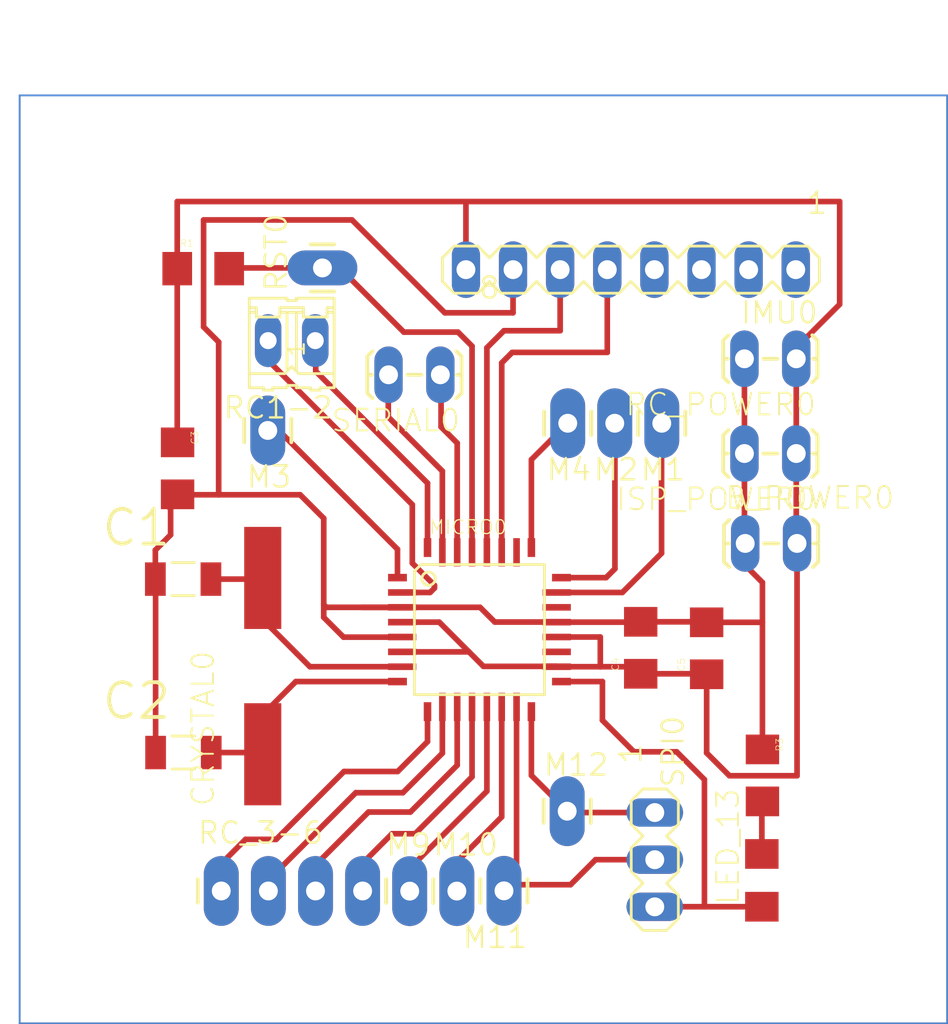
<source format=kicad_pcb>
(kicad_pcb (version 20221018) (generator pcbnew)
  (layers (0 "F.Cu" signal) (31 "B.Cu" signal) (34 "B.Paste" user) (35 "F.Paste" user) (36 "B.SilkS" user "B.Silkscreen") (37 "F.SilkS" user "F.Silkscreen") (38 "B.Mask" user) (39 "F.Mask" user) (44 "Edge.Cuts" user))
  (net 0 "")
  (net 1 "N$2")
  (net 2 "N$9")
  (net 3 "N$3")
  (net 4 "N$27")
  (net 5 "SCL")
  (net 6 "SDA")
  (net 7 "R1")
  (net 8 "R2")
  (net 9 "R3")
  (net 10 "R4")
  (net 11 "R5")
  (net 12 "MISO")
  (net 13 "MOSI")
  (net 14 "SCK")
  (net 15 "GND_B")
  (net 16 "N$25")
  (net 17 "VCC_B")
  (net 18 "R6")
  (net 19 "MA0")
  (net 20 "MA1")
  (net 21 "MA2")
  (net 22 "M3")
  (net 23 "M9")
  (net 24 "M10")
  (net 25 "RX")
  (net 26 "TX")
  (footprint "satshakit_fc:1206" (layer "F.Cu") (at 183.0147 57.0986 -90)
    (fp_text reference "C3" (at -1.27 -1.143 -90) (layer "F.SilkS") (effects (font (size 0.373888 0.373888) (thickness 0.032512)) (justify left bottom)))
    (fp_text value "10uF")
    (pad "1" smd rect (at -1.4 0 270) (size 1.6 1.8) (layers "F.Cu" "F.Paste" "F.Mask") (net 17 "VCC_B"))
    (pad "2" smd rect (at 1.4 0 270) (size 1.6 1.8) (layers "F.Cu" "F.Paste" "F.Mask") (net 15 "GND_B"))
  )
  (footprint "satshakit_fc:1X01_LONGPAD" (layer "F.Cu") (at 206.5823 54.6688 180)
    (fp_text reference "M2" (at -1.3462 -1.8288 180) (layer "F.SilkS") (effects (font (size 1.143 1.143) (thickness 0.127)) (justify right top)))
    (fp_text value "M01PTH_LONGPAD")
    (pad "1" thru_hole oval (at 0 0 270) (size 3.7592 1.8796) (drill 1.016) (layers "*.Cu" "*.Mask") (net 20 "MA1"))
  )
  (footprint "satshakit_fc:02P" (layer "F.Cu") (at 189.1665 50.2158 180)
    (fp_text reference "RC1-2" (at -2.286 -2.9464 180) (layer "F.SilkS") (effects (font (size 1.143 1.143) (thickness 0.127)) (justify right top)))
    (fp_text value "")
    (fp_text user "1" (at -0.762 -0.9398 270) (layer "F.SilkS") (effects (font (size 0.871728 0.871728) (thickness 0.118872)) (justify left bottom)))
    (pad "1" thru_hole oval (at -1.27 0 270) (size 2.8448 1.4224) (drill 0.9144) (layers "*.Cu" "*.Mask") (net 7 "R1"))
    (pad "2" thru_hole oval (at 1.27 0 270) (size 2.8448 1.4224) (drill 0.9144) (layers "*.Cu" "*.Mask") (net 8 "R2"))
  )
  (footprint "satshakit_fc:1X01_LONGPAD" (layer "F.Cu") (at 187.877106 55.056513 180)
    (fp_text reference "M3" (at -1.3462 -1.8288 180) (layer "F.SilkS") (effects (font (size 1.143 1.143) (thickness 0.127)) (justify right top)))
    (fp_text value "M01PTH_LONGPAD")
    (pad "1" thru_hole oval (at 0 0 270) (size 3.7592 1.8796) (drill 1.016) (layers "*.Cu" "*.Mask") (net 22 "M3"))
  )
  (footprint "satshakit_fc:1X01_LONGPAD" (layer "F.Cu") (at 198.069878 79.87441)
    (fp_text reference "M10" (at -1.3462 -1.8288) (layer "F.SilkS") (effects (font (size 1.143 1.143) (thickness 0.127)) (justify left bottom)))
    (fp_text value "M01PTH_LONGPAD")
    (pad "1" thru_hole oval (at 0 0 90) (size 3.7592 1.8796) (drill 1.016) (layers "*.Cu" "*.Mask") (net 24 "M10"))
  )
  (footprint "satshakit_fc:CAPC3216X178N" (layer "F.Cu") (at 183.329 72.4104)
    (fp_text reference "C2" (at -4.4958 -1.6764) (layer "F.SilkS") (effects (font (size 1.87452 1.87452) (thickness 0.20828)) (justify left bottom)))
    (fp_text value "22pF")
    (pad "1" smd rect (at -1.4986 0) (size 1.1176 1.8034) (layers "F.Cu" "F.Paste" "F.Mask") (net 15 "GND_B"))
    (pad "2" smd rect (at 1.4986 0) (size 1.1176 1.8034) (layers "F.Cu" "F.Paste" "F.Mask") (net 2 "N$9"))
  )
  (footprint "satshakit_fc:1X01_LONGPAD" (layer "F.Cu") (at 204.0475 54.6688 180)
    (fp_text reference "M4" (at -1.3462 -1.8288 180) (layer "F.SilkS") (effects (font (size 1.143 1.143) (thickness 0.127)) (justify right top)))
    (fp_text value "M01PTH_LONGPAD")
    (pad "1" thru_hole oval (at 0 0 270) (size 3.7592 1.8796) (drill 1.016) (layers "*.Cu" "*.Mask") (net 21 "MA2"))
  )
  (footprint "satshakit_fc:TQFP32-08" (layer "F.Cu") (at 199.2884 65.786)
    (fp_text reference "MICRO0" (at -2.7686 -5.08) (layer "F.SilkS") (effects (font (size 0.747776 0.747776) (thickness 0.065024)) (justify left bottom)))
    (fp_text value "ATMEGA328P-AU")
    (pad "1" smd rect (at -4.4196 -2.8) (size 1.016 0.4064) (layers "F.Cu" "F.Paste" "F.Mask") (net 22 "M3"))
    (pad "2" smd rect (at -4.1656 -2) (size 1.524 0.3556) (layers "F.Cu" "F.Paste" "F.Mask") (net 8 "R2"))
    (pad "3" smd rect (at -4.1656 -1.2) (size 1.524 0.3556) (layers "F.Cu" "F.Paste" "F.Mask") (net 15 "GND_B"))
    (pad "4" smd rect (at -4.1656 -0.4) (size 1.524 0.3556) (layers "F.Cu" "F.Paste" "F.Mask") (net 17 "VCC_B"))
    (pad "5" smd rect (at -4.1656 0.4) (size 1.524 0.3556) (layers "F.Cu" "F.Paste" "F.Mask") (net 15 "GND_B"))
    (pad "6" smd rect (at -4.1656 1.2) (size 1.524 0.3556) (layers "F.Cu" "F.Paste" "F.Mask") (net 17 "VCC_B"))
    (pad "7" smd rect (at -4.1656 2) (size 1.524 0.3556) (layers "F.Cu" "F.Paste" "F.Mask") (net 1 "N$2"))
    (pad "8" smd rect (at -4.4196 2.8) (size 1.016 0.4064) (layers "F.Cu" "F.Paste" "F.Mask") (net 2 "N$9"))
    (pad "9" smd rect (at -2.8 4.4196) (size 0.4064 1.016) (layers "F.Cu" "F.Paste" "F.Mask") (net 9 "R3"))
    (pad "10" smd rect (at -2 4.1656) (size 0.3556 1.524) (layers "F.Cu" "F.Paste" "F.Mask") (net 10 "R4"))
    (pad "11" smd rect (at -1.2 4.1656) (size 0.3556 1.524) (layers "F.Cu" "F.Paste" "F.Mask") (net 11 "R5"))
    (pad "12" smd rect (at -0.4 4.1656) (size 0.3556 1.524) (layers "F.Cu" "F.Paste" "F.Mask") (net 18 "R6"))
    (pad "13" smd rect (at 0.4 4.1656) (size 0.3556 1.524) (layers "F.Cu" "F.Paste" "F.Mask") (net 23 "M9"))
    (pad "14" smd rect (at 1.2 4.1656) (size 0.3556 1.524) (layers "F.Cu" "F.Paste" "F.Mask") (net 24 "M10"))
    (pad "15" smd rect (at 2 4.1656) (size 0.3556 1.524) (layers "F.Cu" "F.Paste" "F.Mask") (net 13 "MOSI"))
    (pad "16" smd rect (at 2.8 4.4196) (size 0.4064 1.016) (layers "F.Cu" "F.Paste" "F.Mask") (net 12 "MISO"))
    (pad "17" smd rect (at 4.4196 2.8) (size 1.016 0.4064) (layers "F.Cu" "F.Paste" "F.Mask") (net 14 "SCK"))
    (pad "18" smd rect (at 4.1656 2) (size 1.524 0.3556) (layers "F.Cu" "F.Paste" "F.Mask") (net 17 "VCC_B"))
    (pad "19" smd rect (at 4.1656 1.2) (size 1.524 0.3556) (layers "F.Cu" "F.Paste" "F.Mask"))
    (pad "20" smd rect (at 4.1656 0.4) (size 1.524 0.3556) (layers "F.Cu" "F.Paste" "F.Mask") (net 17 "VCC_B"))
    (pad "21" smd rect (at 4.1656 -0.4) (size 1.524 0.3556) (layers "F.Cu" "F.Paste" "F.Mask") (net 15 "GND_B"))
    (pad "22" smd rect (at 4.1656 -1.2) (size 1.524 0.3556) (layers "F.Cu" "F.Paste" "F.Mask"))
    (pad "23" smd rect (at 4.1656 -2) (size 1.524 0.3556) (layers "F.Cu" "F.Paste" "F.Mask") (net 19 "MA0"))
    (pad "24" smd rect (at 4.4196 -2.8) (size 1.016 0.4064) (layers "F.Cu" "F.Paste" "F.Mask") (net 20 "MA1"))
    (pad "25" smd rect (at 2.8 -4.4196) (size 0.4064 1.016) (layers "F.Cu" "F.Paste" "F.Mask") (net 21 "MA2"))
    (pad "26" smd rect (at 2 -4.1656) (size 0.3556 1.524) (layers "F.Cu" "F.Paste" "F.Mask"))
    (pad "27" smd rect (at 1.2 -4.1656) (size 0.3556 1.524) (layers "F.Cu" "F.Paste" "F.Mask") (net 6 "SDA"))
    (pad "28" smd rect (at 0.4 -4.1656) (size 0.3556 1.524) (layers "F.Cu" "F.Paste" "F.Mask") (net 5 "SCL"))
    (pad "29" smd rect (at -0.4 -4.1656) (size 0.3556 1.524) (layers "F.Cu" "F.Paste" "F.Mask") (net 3 "N$3"))
    (pad "30" smd rect (at -1.2 -4.1656) (size 0.3556 1.524) (layers "F.Cu" "F.Paste" "F.Mask") (net 25 "RX"))
    (pad "31" smd rect (at -2 -4.1656) (size 0.3556 1.524) (layers "F.Cu" "F.Paste" "F.Mask") (net 26 "TX"))
    (pad "32" smd rect (at -2.8 -4.4196) (size 0.4064 1.016) (layers "F.Cu" "F.Paste" "F.Mask") (net 7 "R1"))
  )
  (footprint "satshakit_fc:CSM-7X-DU" (layer "F.Cu") (at 187.6057 67.7527 90)
    (fp_text reference "CRYSTAL0" (at -7.6288 -2.5334 90) (layer "F.SilkS") (effects (font (size 1.1684 1.1684) (thickness 0.1016)) (justify left bottom)))
    (fp_text value "16Mhz")
    (pad "1" smd rect (at -4.75 0 90) (size 5.5 2) (layers "F.Cu" "F.Paste" "F.Mask") (net 2 "N$9"))
    (pad "2" smd rect (at 4.75 0 90) (size 5.5 2) (layers "F.Cu" "F.Paste" "F.Mask") (net 1 "N$2"))
  )
  (footprint "satshakit_fc:1X02_LOCK_LONGPADS" (layer "F.Cu") (at 216.2399 51.1948 180)
    (fp_text reference "RC_POWER0" (at -1.27 -1.778 180) (layer "F.SilkS") (effects (font (size 1.1684 1.1684) (thickness 0.1016)) (justify right top)))
    (fp_text value "")
    (pad "1" thru_hole oval (at -0.127 0 270) (size 3.048 1.524) (drill 1.016) (layers "*.Cu" "*.Mask") (net 17 "VCC_B"))
    (pad "2" thru_hole oval (at 2.667 0 270) (size 3.048 1.524) (drill 1.016) (layers "*.Cu" "*.Mask") (net 15 "GND_B"))
  )
  (footprint "satshakit_fc:1X02_LOCK_LONGPADS" (layer "F.Cu") (at 213.7415 61.1432)
    (fp_text reference "B_POWER0" (at -1.27 -1.778) (layer "F.SilkS") (effects (font (size 1.1684 1.1684) (thickness 0.1016)) (justify left bottom)))
    (fp_text value "")
    (pad "1" thru_hole oval (at -0.127 0 90) (size 3.048 1.524) (drill 1.016) (layers "*.Cu" "*.Mask") (net 15 "GND_B"))
    (pad "2" thru_hole oval (at 2.667 0 90) (size 3.048 1.524) (drill 1.016) (layers "*.Cu" "*.Mask") (net 17 "VCC_B"))
  )
  (footprint "satshakit_fc:1X01_LONGPAD" (layer "F.Cu") (at 200.6097 79.861 180)
    (fp_text reference "M11" (at -1.3462 -1.8288 180) (layer "F.SilkS") (effects (font (size 1.143 1.143) (thickness 0.127)) (justify right top)))
    (fp_text value "M01PTH_LONGPAD")
    (pad "1" thru_hole oval (at 0 0 270) (size 3.7592 1.8796) (drill 1.016) (layers "*.Cu" "*.Mask") (net 13 "MOSI"))
  )
  (footprint "satshakit_fc:1X01_LONGPAD" (layer "F.Cu") (at 190.8239 46.2992 90)
    (fp_text reference "RST0" (at -1.3462 -1.8288 90) (layer "F.SilkS") (effects (font (size 1.143 1.143) (thickness 0.127)) (justify left bottom)))
    (fp_text value "M01PTH_LONGPAD")
    (pad "1" thru_hole oval (at 0 0 180) (size 3.7592 1.8796) (drill 1.016) (layers "*.Cu" "*.Mask") (net 3 "N$3"))
  )
  (footprint "satshakit_fc:MA03-1" (layer "F.Cu") (at 208.7401 78.1834 -90)
    (fp_text reference "SPI0" (at -3.81 -1.651 -90) (layer "F.SilkS") (effects (font (size 1.143 1.143) (thickness 0.127)) (justify left bottom)))
    (fp_text value "")
    (fp_text user "1" (at -5.08 0.635 -90) (layer "F.SilkS") (effects (font (size 1.143 1.143) (thickness 0.127)) (justify left bottom)))
    (pad "1" thru_hole oval (at -2.54 0) (size 3.048 1.524) (drill 1.016) (layers "*.Cu" "*.Mask") (net 12 "MISO"))
    (pad "2" thru_hole oval (at 0 0) (size 3.048 1.524) (drill 1.016) (layers "*.Cu" "*.Mask") (net 13 "MOSI"))
    (pad "3" thru_hole oval (at 2.54 0) (size 3.048 1.524) (drill 1.016) (layers "*.Cu" "*.Mask") (net 14 "SCK"))
  )
  (footprint "satshakit_fc:1X01_LONGPAD" (layer "F.Cu") (at 195.528915 79.87776)
    (fp_text reference "M9" (at -1.3462 -1.8288) (layer "F.SilkS") (effects (font (size 1.143 1.143) (thickness 0.127)) (justify left bottom)))
    (fp_text value "M01PTH_LONGPAD")
    (pad "1" thru_hole oval (at 0 0 90) (size 3.7592 1.8796) (drill 1.016) (layers "*.Cu" "*.Mask") (net 23 "M9"))
  )
  (footprint "satshakit_fc:1206" (layer "F.Cu") (at 184.3963 46.3389)
    (fp_text reference "R1" (at -1.27 -1.143) (layer "F.SilkS") (effects (font (size 0.373888 0.373888) (thickness 0.032512)) (justify left bottom)))
    (fp_text value "10k")
    (pad "1" smd rect (at -1.4 0) (size 1.6 1.8) (layers "F.Cu" "F.Paste" "F.Mask") (net 17 "VCC_B"))
    (pad "2" smd rect (at 1.4 0) (size 1.6 1.8) (layers "F.Cu" "F.Paste" "F.Mask") (net 3 "N$3"))
  )
  (footprint "satshakit_fc:1X02_LOCK_LONGPADS" (layer "F.Cu") (at 197.0533 52.0567 180)
    (fp_text reference "SERIAL0" (at -1.27 -1.778 180) (layer "F.SilkS") (effects (font (size 1.1684 1.1684) (thickness 0.1016)) (justify right top)))
    (fp_text value "")
    (pad "1" thru_hole oval (at -0.127 0 270) (size 3.048 1.524) (drill 1.016) (layers "*.Cu" "*.Mask") (net 25 "RX"))
    (pad "2" thru_hole oval (at 2.667 0 270) (size 3.048 1.524) (drill 1.016) (layers "*.Cu" "*.Mask") (net 26 "TX"))
  )
  (footprint "satshakit_fc:1X02_LOCK_LONGPADS" (layer "F.Cu") (at 216.2399 56.2992 180)
    (fp_text reference "ISP_POWER0" (at -1.27 -1.778 180) (layer "F.SilkS") (effects (font (size 1.1684 1.1684) (thickness 0.1016)) (justify right top)))
    (fp_text value "")
    (pad "1" thru_hole oval (at -0.127 0 270) (size 3.048 1.524) (drill 1.016) (layers "*.Cu" "*.Mask") (net 17 "VCC_B"))
    (pad "2" thru_hole oval (at 2.667 0 270) (size 3.048 1.524) (drill 1.016) (layers "*.Cu" "*.Mask") (net 15 "GND_B"))
  )
  (footprint "satshakit_fc:1X01_LONGPAD" (layer "F.Cu") (at 209.1171 54.6688 180)
    (fp_text reference "M1" (at -1.3462 -1.8288 180) (layer "F.SilkS") (effects (font (size 1.143 1.143) (thickness 0.127)) (justify right top)))
    (fp_text value "M01PTH_LONGPAD")
    (pad "1" thru_hole oval (at 0 0 270) (size 3.7592 1.8796) (drill 1.016) (layers "*.Cu" "*.Mask") (net 19 "MA0"))
  )
  (footprint "satshakit_fc:MA08-1" (layer "F.Cu") (at 207.4491 46.392 180)
    (fp_text reference "IMU0" (at -10.16 -1.651 180) (layer "F.SilkS") (effects (font (size 1.143 1.143) (thickness 0.127)) (justify right top)))
    (fp_text value "")
    (fp_text user "8" (at 8.255 -1.651 180) (layer "F.SilkS") (effects (font (size 1.143 1.143) (thickness 0.127)) (justify left bottom)))
    (fp_text user "1" (at -9.398 2.921 180) (layer "F.SilkS") (effects (font (size 1.143 1.143) (thickness 0.127)) (justify left bottom)))
    (pad "1" thru_hole oval (at -8.89 0 270) (size 3.048 1.524) (drill 1.016) (layers "*.Cu" "*.Mask"))
    (pad "2" thru_hole oval (at -6.35 0 270) (size 3.048 1.524) (drill 1.016) (layers "*.Cu" "*.Mask"))
    (pad "3" thru_hole oval (at -3.81 0 270) (size 3.048 1.524) (drill 1.016) (layers "*.Cu" "*.Mask"))
    (pad "4" thru_hole oval (at -1.27 0 270) (size 3.048 1.524) (drill 1.016) (layers "*.Cu" "*.Mask"))
    (pad "5" thru_hole oval (at 1.27 0 270) (size 3.048 1.524) (drill 1.016) (layers "*.Cu" "*.Mask") (net 6 "SDA"))
    (pad "6" thru_hole oval (at 3.81 0 270) (size 3.048 1.524) (drill 1.016) (layers "*.Cu" "*.Mask") (net 5 "SCL"))
    (pad "7" thru_hole oval (at 6.35 0 270) (size 3.048 1.524) (drill 1.016) (layers "*.Cu" "*.Mask") (net 15 "GND_B"))
    (pad "8" thru_hole oval (at 8.89 0 270) (size 3.048 1.524) (drill 1.016) (layers "*.Cu" "*.Mask") (net 17 "VCC_B"))
  )
  (footprint "satshakit_fc:1206" (layer "F.Cu") (at 207.981 66.7663 90)
    (fp_text reference "C4" (at -1.27 -1.143 90) (layer "F.SilkS") (effects (font (size 0.373888 0.373888) (thickness 0.032512)) (justify left bottom)))
    (fp_text value "1uF")
    (pad "1" smd rect (at -1.4 0 90) (size 1.6 1.8) (layers "F.Cu" "F.Paste" "F.Mask") (net 17 "VCC_B"))
    (pad "2" smd rect (at 1.4 0 90) (size 1.6 1.8) (layers "F.Cu" "F.Paste" "F.Mask") (net 15 "GND_B"))
  )
  (footprint "satshakit_fc:1206" (layer "F.Cu") (at 211.536 66.7933 90)
    (fp_text reference "C5" (at -1.27 -1.143 90) (layer "F.SilkS") (effects (font (size 0.373888 0.373888) (thickness 0.032512)) (justify left bottom)))
    (fp_text value "100nF")
    (pad "1" smd rect (at -1.4 0 90) (size 1.6 1.8) (layers "F.Cu" "F.Paste" "F.Mask") (net 17 "VCC_B"))
    (pad "2" smd rect (at 1.4 0 90) (size 1.6 1.8) (layers "F.Cu" "F.Paste" "F.Mask") (net 15 "GND_B"))
  )
  (footprint "satshakit_fc:1206" (layer "F.Cu") (at 214.511203 79.2954 90)
    (fp_text reference "LED_13" (at -1.397 -1.143 90) (layer "F.SilkS") (effects (font (size 1.1684 1.1684) (thickness 0.1016)) (justify left bottom)))
    (fp_text value "YELLOW")
    (pad "1" smd rect (at -1.422 0 90) (size 1.6 1.803) (layers "F.Cu" "F.Paste" "F.Mask") (net 14 "SCK"))
    (pad "2" smd rect (at 1.422 0 90) (size 1.6 1.803) (layers "F.Cu" "F.Paste" "F.Mask") (net 4 "N$27"))
  )
  (footprint "satshakit_fc:1X01_LONGPAD" (layer "F.Cu") (at 204.0171 75.5704)
    (fp_text reference "M12" (at -1.3462 -1.8288) (layer "F.SilkS") (effects (font (size 1.143 1.143) (thickness 0.127)) (justify left bottom)))
    (fp_text value "M01PTH_LONGPAD")
    (pad "1" thru_hole oval (at 0 0 90) (size 3.7592 1.8796) (drill 1.016) (layers "*.Cu" "*.Mask") (net 12 "MISO"))
  )
  (footprint "satshakit_fc:CAPC3216X178N" (layer "F.Cu") (at 183.3147 63.0664)
    (fp_text reference "C1" (at -4.4958 -1.6764) (layer "F.SilkS") (effects (font (size 1.87452 1.87452) (thickness 0.20828)) (justify left bottom)))
    (fp_text value "22pF")
    (pad "1" smd rect (at -1.4986 0) (size 1.1176 1.8034) (layers "F.Cu" "F.Paste" "F.Mask") (net 15 "GND_B"))
    (pad "2" smd rect (at 1.4986 0) (size 1.1176 1.8034) (layers "F.Cu" "F.Paste" "F.Mask") (net 1 "N$2"))
  )
  (footprint "satshakit_fc:1X04_LONGPADS" (layer "F.Cu") (at 185.3699 79.8688)
    (fp_text reference "RC_3-6" (at -1.3462 -2.4638) (layer "F.SilkS") (effects (font (size 1.143 1.143) (thickness 0.127)) (justify left bottom)))
    (fp_text value "")
    (pad "1" thru_hole oval (at 0 0 90) (size 3.7592 1.8796) (drill 1.016) (layers "*.Cu" "*.Mask") (net 9 "R3"))
    (pad "2" thru_hole oval (at 2.54 0 90) (size 3.7592 1.8796) (drill 1.016) (layers "*.Cu" "*.Mask") (net 10 "R4"))
    (pad "3" thru_hole oval (at 5.08 0 90) (size 3.7592 1.8796) (drill 1.016) (layers "*.Cu" "*.Mask") (net 11 "R5"))
    (pad "4" thru_hole oval (at 7.62 0 90) (size 3.7592 1.8796) (drill 1.016) (layers "*.Cu" "*.Mask") (net 18 "R6"))
  )
  (footprint "satshakit_fc:1206" (layer "F.Cu") (at 214.5432 73.6427 -90)
    (fp_text reference "R3" (at -1.27 -1.143 -90) (layer "F.SilkS") (effects (font (size 0.373888 0.373888) (thickness 0.032512)) (justify left bottom)))
    (fp_text value "499")
    (pad "1" smd rect (at -1.4 0 270) (size 1.6 1.8) (layers "F.Cu" "F.Paste" "F.Mask") (net 15 "GND_B"))
    (pad "2" smd rect (at 1.4 0 270) (size 1.6 1.8) (layers "F.Cu" "F.Paste" "F.Mask") (net 4 "N$27"))
  )
  (segment (start 184.8133 63.0664) (end 187.6057 63.0664) (width 0.3048) (layer "F.Cu") (net 1))
  (segment (start 187.6425 65.278) (end 187.6425 63.0395) (width 0.3048) (layer "F.Cu") (net 1))
  (segment (start 187.6425 63.0395) (end 187.6057 63.0027) (width 0.3048) (layer "F.Cu") (net 1))
  (segment (start 195.1228 67.786) (end 190.1505 67.786) (width 0.3048) (layer "F.Cu") (net 1))
  (segment (start 187.6057 63.0664) (end 187.6057 63.0027) (width 0.3048) (layer "F.Cu") (net 1))
  (segment (start 190.1505 67.786) (end 187.6425 65.278) (width 0.3048) (layer "F.Cu") (net 1))
  (segment (start 187.6425 72.4659) (end 187.6057 72.5027) (width 0.3048) (layer "F.Cu") (net 2))
  (segment (start 189.3891 68.586) (end 187.6425 70.3326) (width 0.3048) (layer "F.Cu") (net 2))
  (segment (start 184.8276 72.4104) (end 187.6057 72.4104) (width 0.3048) (layer "F.Cu") (net 2))
  (segment (start 194.8688 68.586) (end 189.3891 68.586) (width 0.3048) (layer "F.Cu") (net 2))
  (segment (start 187.6057 72.4104) (end 187.6057 72.5027) (width 0.3048) (layer "F.Cu") (net 2))
  (segment (start 187.6425 70.3326) (end 187.6425 72.4659) (width 0.3048) (layer "F.Cu") (net 2))
  (segment (start 185.7963 46.2992) (end 190.8239 46.2992) (width 0.3048) (layer "F.Cu") (net 3))
  (segment (start 191.7573 46.3042) (end 190.8289 46.3042) (width 0.3048) (layer "F.Cu") (net 3))
  (segment (start 198.1327 49.7586) (end 195.2117 49.7586) (width 0.3048) (layer "F.Cu") (net 3))
  (segment (start 190.8289 46.3042) (end 190.8239 46.2992) (width 0.3048) (layer "F.Cu") (net 3))
  (segment (start 195.2117 49.7586) (end 191.7573 46.3042) (width 0.3048) (layer "F.Cu") (net 3))
  (segment (start 198.8884 50.5143) (end 198.1327 49.7586) (width 0.3048) (layer "F.Cu") (net 3))
  (segment (start 185.7963 46.3389) (end 185.7963 46.2992) (width 0.3048) (layer "F.Cu") (net 3))
  (segment (start 198.8884 61.6204) (end 198.8884 50.5143) (width 0.3048) (layer "F.Cu") (net 3))
  (segment (start 214.511203 75.0427) (end 214.511203 77.8734) (width 0.3048) (layer "F.Cu") (net 4))
  (segment (start 214.5432 75.0427) (end 214.511203 75.0427) (width 0.3048) (layer "F.Cu") (net 4))
  (segment (start 199.6884 61.6204) (end 199.6884 50.6022) (width 0.3048) (layer "F.Cu") (net 5))
  (segment (start 199.6884 50.6022) (end 200.6082 49.6824) (width 0.3048) (layer "F.Cu") (net 5))
  (segment (start 203.6391 49.6824) (end 203.6391 46.392) (width 0.3048) (layer "F.Cu") (net 5))
  (segment (start 200.6082 49.6824) (end 203.6391 49.6824) (width 0.3048) (layer "F.Cu") (net 5))
  (segment (start 200.4884 61.6204) (end 200.4884 51.4161) (width 0.3048) (layer "F.Cu") (net 6))
  (segment (start 201.0537 50.8508) (end 206.1791 50.8508) (width 0.3048) (layer "F.Cu") (net 6))
  (segment (start 206.2099 46.392) (end 206.1791 46.392) (width 0.3048) (layer "F.Cu") (net 6))
  (segment (start 200.4884 51.4161) (end 201.0537 50.8508) (width 0.3048) (layer "F.Cu") (net 6))
  (segment (start 206.1791 50.8508) (end 206.1791 46.392) (width 0.3048) (layer "F.Cu") (net 6))
  (segment (start 196.4884 57.8933) (end 190.4619 51.8668) (width 0.3048) (layer "F.Cu") (net 7))
  (segment (start 196.4884 61.3664) (end 196.4884 57.8933) (width 0.3048) (layer "F.Cu") (net 7))
  (segment (start 190.4619 50.2158) (end 190.4365 50.2158) (width 0.3048) (layer "F.Cu") (net 7))
  (segment (start 190.4619 51.8668) (end 190.4619 50.2158) (width 0.3048) (layer "F.Cu") (net 7))
  (segment (start 187.9219 50.2158) (end 187.8965 50.2158) (width 0.3048) (layer "F.Cu") (net 8))
  (segment (start 195.6689 62.2046) (end 195.6689 59.055) (width 0.3048) (layer "F.Cu") (net 8))
  (segment (start 187.9219 51.308) (end 187.9219 50.2158) (width 0.3048) (layer "F.Cu") (net 8))
  (segment (start 196.6275 63.786) (end 196.8627 63.5508) (width 0.3048) (layer "F.Cu") (net 8))
  (segment (start 196.8627 63.3984) (end 195.6689 62.2046) (width 0.3048) (layer "F.Cu") (net 8))
  (segment (start 195.6689 59.055) (end 187.9219 51.308) (width 0.3048) (layer "F.Cu") (net 8))
  (segment (start 196.8627 63.5508) (end 196.8627 63.3984) (width 0.3048) (layer "F.Cu") (net 8))
  (segment (start 195.1228 63.786) (end 196.6275 63.786) (width 0.3048) (layer "F.Cu") (net 8))
  (segment (start 188.3283 77.089) (end 186.6773 77.089) (width 0.3048) (layer "F.Cu") (net 9))
  (segment (start 185.3819 79.8568) (end 185.3699 79.8688) (width 0.3048) (layer "F.Cu") (net 9))
  (segment (start 196.4884 71.8245) (end 194.8815 73.4314) (width 0.3048) (layer "F.Cu") (net 9))
  (segment (start 194.8815 73.4314) (end 191.9859 73.4314) (width 0.3048) (layer "F.Cu") (net 9))
  (segment (start 186.6773 77.089) (end 185.3819 78.3844) (width 0.3048) (layer "F.Cu") (net 9))
  (segment (start 191.9859 73.4314) (end 188.3283 77.089) (width 0.3048) (layer "F.Cu") (net 9))
  (segment (start 196.4884 70.2056) (end 196.4884 71.8245) (width 0.3048) (layer "F.Cu") (net 9))
  (segment (start 185.3819 78.3844) (end 185.3819 79.8568) (width 0.3048) (layer "F.Cu") (net 9))
  (segment (start 197.2884 69.9516) (end 197.2884 72.4469) (width 0.3048) (layer "F.Cu") (net 10))
  (segment (start 188.2013 79.5774) (end 187.9099 79.8688) (width 0.3048) (layer "F.Cu") (net 10))
  (segment (start 192.6209 74.5744) (end 188.2013 78.994) (width 0.3048) (layer "F.Cu") (net 10))
  (segment (start 195.1609 74.5744) (end 192.6209 74.5744) (width 0.3048) (layer "F.Cu") (net 10))
  (segment (start 188.2013 78.994) (end 188.2013 79.5774) (width 0.3048) (layer "F.Cu") (net 10))
  (segment (start 197.2884 72.4469) (end 195.1609 74.5744) (width 0.3048) (layer "F.Cu") (net 10))
  (segment (start 190.6143 79.7044) (end 190.4499 79.8688) (width 0.3048) (layer "F.Cu") (net 11))
  (segment (start 198.0884 73.0947) (end 195.5673 75.6158) (width 0.3048) (layer "F.Cu") (net 11))
  (segment (start 193.3067 75.6158) (end 190.6143 78.3082) (width 0.3048) (layer "F.Cu") (net 11))
  (segment (start 190.6143 78.3082) (end 190.6143 79.7044) (width 0.3048) (layer "F.Cu") (net 11))
  (segment (start 198.0884 69.9516) (end 198.0884 73.0947) (width 0.3048) (layer "F.Cu") (net 11))
  (segment (start 195.5673 75.6158) (end 193.3067 75.6158) (width 0.3048) (layer "F.Cu") (net 11))
  (segment (start 202.0884 70.2056) (end 202.0884 73.6417) (width 0.3048) (layer "F.Cu") (net 12))
  (segment (start 208.7401 75.6434) (end 204.0901 75.6434) (width 0.3048) (layer "F.Cu") (net 12))
  (segment (start 202.0884 73.6417) (end 204.0171 75.5704) (width 0.3048) (layer "F.Cu") (net 12))
  (segment (start 204.0901 75.6434) (end 204.0171 75.5704) (width 0.3048) (layer "F.Cu") (net 12))
  (segment (start 201.2884 79.861) (end 200.6097 79.861) (width 0.3048) (layer "F.Cu") (net 13))
  (segment (start 208.7379 78.1812) (end 208.7401 78.1834) (width 0.3048) (layer "F.Cu") (net 13))
  (segment (start 201.2884 69.9516) (end 201.2884 79.861) (width 0.3048) (layer "F.Cu") (net 13))
  (segment (start 204.1999 79.5308) (end 200.9399 79.5308) (width 0.3048) (layer "F.Cu") (net 13))
  (segment (start 205.5495 78.1812) (end 208.7379 78.1812) (width 0.3048) (layer "F.Cu") (net 13))
  (segment (start 200.9399 79.5308) (end 200.6097 79.861) (width 0.3048) (layer "F.Cu") (net 13))
  (segment (start 204.1999 79.5308) (end 205.5495 78.1812) (width 0.3048) (layer "F.Cu") (net 13))
  (segment (start 205.9171 68.586) (end 205.9171 70.6704) (width 0.3048) (layer "F.Cu") (net 14))
  (segment (start 208.7401 80.7174) (end 208.7401 80.7234) (width 0.3048) (layer "F.Cu") (net 14))
  (segment (start 211.4171 73.8704) (end 211.4171 80.7174) (width 0.3048) (layer "F.Cu") (net 14))
  (segment (start 207.6171 72.3704) (end 209.9171 72.3704) (width 0.3048) (layer "F.Cu") (net 14))
  (segment (start 209.9171 72.3704) (end 211.4171 73.8704) (width 0.3048) (layer "F.Cu") (net 14))
  (segment (start 205.9171 70.6704) (end 207.6171 72.3704) (width 0.3048) (layer "F.Cu") (net 14))
  (segment (start 214.511203 80.7174) (end 211.4171 80.7174) (width 0.3048) (layer "F.Cu") (net 14))
  (segment (start 211.4171 80.7174) (end 208.7401 80.7174) (width 0.3048) (layer "F.Cu") (net 14))
  (segment (start 203.708 68.586) (end 205.9171 68.586) (width 0.3048) (layer "F.Cu") (net 14))
  (segment (start 195.1228 64.586) (end 191.0399 64.586) (width 0.3048) (layer "F.Cu") (net 15))
  (segment (start 213.5729 61.1016) (end 213.5729 56.2992) (width 0.3048) (layer "F.Cu") (net 15))
  (segment (start 184.4167 49.4792) (end 184.4167 43.7134) (width 0.3048) (layer "F.Cu") (net 15))
  (segment (start 200.1139 65.3796) (end 203.4476 65.3796) (width 0.3048) (layer "F.Cu") (net 15))
  (segment (start 201.0991 46.392) (end 201.0991 48.7172) (width 0.3048) (layer "F.Cu") (net 15))
  (segment (start 181.8161 61.5032) (end 182.6387 60.6806) (width 0.3048) (layer "F.Cu") (net 15))
  (segment (start 190.8937 59.7916) (end 189.6237 58.5216) (width 0.3048) (layer "F.Cu") (net 15))
  (segment (start 213.6145 61.1432) (end 213.5729 61.1016) (width 0.3048) (layer "F.Cu") (net 15))
  (segment (start 190.8937 64.4398) (end 190.8937 59.7916) (width 0.3048) (layer "F.Cu") (net 15))
  (segment (start 181.8161 63.0664) (end 181.8304 63.0664) (width 0.3048) (layer "F.Cu") (net 15))
  (segment (start 203.454 65.386) (end 207.981 65.386) (width 0.3048) (layer "F.Cu") (net 15))
  (segment (start 213.6267 62.3316) (end 213.6267 61.1554) (width 0.3048) (layer "F.Cu") (net 15))
  (segment (start 197.4215 48.7172) (end 192.4177 43.7134) (width 0.3048) (layer "F.Cu") (net 15))
  (segment (start 184.4167 43.7134) (end 192.4177 43.7134) (width 0.3048) (layer "F.Cu") (net 15))
  (segment (start 199.3203 64.586) (end 200.1139 65.3796) (width 0.3048) (layer "F.Cu") (net 15))
  (segment (start 207.981 65.386) (end 207.981 65.3663) (width 0.3048) (layer "F.Cu") (net 15))
  (segment (start 183.0377 58.5216) (end 182.4609 59.0984) (width 0.3048) (layer "F.Cu") (net 15))
  (segment (start 189.6237 58.5216) (end 185.2295 58.5216) (width 0.3048) (layer "F.Cu") (net 15))
  (segment (start 207.981 65.3663) (end 211.536 65.3663) (width 0.3048) (layer "F.Cu") (net 15))
  (segment (start 191.0399 64.586) (end 190.8937 64.4398) (width 0.3048) (layer "F.Cu") (net 15))
  (segment (start 201.0991 48.7172) (end 197.4215 48.7172) (width 0.3048) (layer "F.Cu") (net 15))
  (segment (start 214.5432 65.3933) (end 214.5432 63.2481) (width 0.3048) (layer "F.Cu") (net 15))
  (segment (start 203.4476 65.3796) (end 203.454 65.386) (width 0.3048) (layer "F.Cu") (net 15))
  (segment (start 211.536 65.3663) (end 211.536 65.3933) (width 0.3048) (layer "F.Cu") (net 15))
  (segment (start 185.2295 58.5216) (end 183.0377 58.5216) (width 0.3048) (layer "F.Cu") (net 15))
  (segment (start 182.6387 60.6806) (end 182.6387 59.2762) (width 0.3048) (layer "F.Cu") (net 15))
  (segment (start 213.6267 61.1554) (end 213.6145 61.1432) (width 0.3048) (layer "F.Cu") (net 15))
  (segment (start 195.1228 64.586) (end 199.3203 64.586) (width 0.3048) (layer "F.Cu") (net 15))
  (segment (start 185.2295 50.292) (end 185.2295 58.5216) (width 0.3048) (layer "F.Cu") (net 15))
  (segment (start 213.5729 56.2992) (end 213.5729 51.1948) (width 0.3048) (layer "F.Cu") (net 15))
  (segment (start 181.8304 63.0664) (end 181.8304 72.4104) (width 0.3048) (layer "F.Cu") (net 15))
  (segment (start 214.5432 63.2481) (end 213.6267 62.3316) (width 0.3048) (layer "F.Cu") (net 15))
  (segment (start 182.6387 59.2762) (end 182.4609 59.0984) (width 0.3048) (layer "F.Cu") (net 15))
  (segment (start 181.8161 63.0664) (end 181.8161 61.5032) (width 0.3048) (layer "F.Cu") (net 15))
  (segment (start 190.8937 65.1256) (end 190.8937 64.4398) (width 0.3048) (layer "F.Cu") (net 15))
  (segment (start 214.5432 65.3933) (end 214.5432 72.2427) (width 0.3048) (layer "F.Cu") (net 15))
  (segment (start 191.9605 66.1924) (end 195.1228 66.1924) (width 0.3048) (layer "F.Cu") (net 15))
  (segment (start 195.1228 66.1924) (end 195.1228 66.186) (width 0.3048) (layer "F.Cu") (net 15))
  (segment (start 195.1228 64.586) (end 192.9511 64.586) (width 0.3048) (layer "F.Cu") (net 15))
  (segment (start 191.9605 66.1924) (end 190.8937 65.1256) (width 0.3048) (layer "F.Cu") (net 15))
  (segment (start 185.2295 50.292) (end 184.4167 49.4792) (width 0.3048) (layer "F.Cu") (net 15))
  (segment (start 183.0377 58.5216) (end 183.0147 58.4986) (width 0.3048) (layer "F.Cu") (net 15))
  (segment (start 211.536 65.3933) (end 214.5432 65.3933) (width 0.3048) (layer "F.Cu") (net 15))
  (segment (start 174.5011 37.0036) (end 224.5011 37.0036) (width 0.1) (layer "B.Cu") (net 16))
  (segment (start 224.5011 87.0036) (end 174.5011 87.0036) (width 0.1) (layer "B.Cu") (net 16))
  (segment (start 224.5011 37.0036) (end 224.5011 87.0036) (width 0.1) (layer "B.Cu") (net 16))
  (segment (start 174.5011 87.0036) (end 174.5011 37.0036) (width 0.1) (layer "B.Cu") (net 16))
  (segment (start 182.9963 42.7228) (end 182.9963 46.3389) (width 0.3048) (layer "F.Cu") (net 17))
  (segment (start 195.1228 65.386) (end 197.1231 65.386) (width 0.3048) (layer "F.Cu") (net 17))
  (segment (start 182.9963 55.6986) (end 182.9963 46.3389) (width 0.3048) (layer "F.Cu") (net 17))
  (segment (start 198.5591 42.7228) (end 182.9963 42.7228) (width 0.3048) (layer "F.Cu") (net 17))
  (segment (start 205.8035 67.786) (end 207.981 67.786) (width 0.3048) (layer "F.Cu") (net 17))
  (segment (start 197.1231 65.386) (end 198.7231 66.986) (width 0.3048) (layer "F.Cu") (net 17))
  (segment (start 203.4352 67.7672) (end 203.454 67.786) (width 0.3048) (layer "F.Cu") (net 17))
  (segment (start 216.3669 61.1016) (end 216.3669 56.2992) (width 0.3048) (layer "F.Cu") (net 17))
  (segment (start 198.7231 66.986) (end 199.5043 67.7672) (width 0.3048) (layer "F.Cu") (net 17))
  (segment (start 218.7067 48.26) (end 218.7067 42.7228) (width 0.3048) (layer "F.Cu") (net 17))
  (segment (start 207.981 67.786) (end 207.981 68.1663) (width 0.3048) (layer "F.Cu") (net 17))
  (segment (start 205.8035 66.186) (end 205.8035 67.786) (width 0.3048) (layer "F.Cu") (net 17))
  (segment (start 203.454 67.786) (end 205.8035 67.786) (width 0.3048) (layer "F.Cu") (net 17))
  (segment (start 216.4085 61.1432) (end 216.4085 73.66) (width 0.3048) (layer "F.Cu") (net 17))
  (segment (start 199.5043 67.7672) (end 203.4352 67.7672) (width 0.3048) (layer "F.Cu") (net 17))
  (segment (start 211.509 68.1663) (end 211.536 68.1933) (width 0.3048) (layer "F.Cu") (net 17))
  (segment (start 198.5591 46.392) (end 198.5591 42.7228) (width 0.3048) (layer "F.Cu") (net 17))
  (segment (start 216.3669 51.1948) (end 216.3669 50.5998) (width 0.3048) (layer "F.Cu") (net 17))
  (segment (start 216.3669 50.5998) (end 218.7067 48.26) (width 0.3048) (layer "F.Cu") (net 17))
  (segment (start 195.1228 66.986) (end 198.7231 66.986) (width 0.3048) (layer "F.Cu") (net 17))
  (segment (start 207.981 68.1663) (end 211.509 68.1663) (width 0.3048) (layer "F.Cu") (net 17))
  (segment (start 212.7631 73.66) (end 211.536 72.4329) (width 0.3048) (layer "F.Cu") (net 17))
  (segment (start 216.3669 56.2992) (end 216.3669 51.1948) (width 0.3048) (layer "F.Cu") (net 17))
  (segment (start 216.4085 61.1432) (end 216.3669 61.1016) (width 0.3048) (layer "F.Cu") (net 17))
  (segment (start 216.4085 73.66) (end 212.7631 73.66) (width 0.3048) (layer "F.Cu") (net 17))
  (segment (start 203.454 66.186) (end 205.8035 66.186) (width 0.3048) (layer "F.Cu") (net 17))
  (segment (start 183.0147 55.6986) (end 182.9963 55.6986) (width 0.3048) (layer "F.Cu") (net 17))
  (segment (start 198.5591 42.7228) (end 218.7067 42.7228) (width 0.3048) (layer "F.Cu") (net 17))
  (segment (start 211.536 72.4329) (end 211.536 68.1933) (width 0.3048) (layer "F.Cu") (net 17))
  (segment (start 195.8213 76.7842) (end 194.5767 76.7842) (width 0.3048) (layer "F.Cu") (net 18))
  (segment (start 193.0273 79.8314) (end 192.9899 79.8688) (width 0.3048) (layer "F.Cu") (net 18))
  (segment (start 193.0273 78.3336) (end 193.0273 79.8314) (width 0.3048) (layer "F.Cu") (net 18))
  (segment (start 198.8884 73.7171) (end 195.8213 76.7842) (width 0.3048) (layer "F.Cu") (net 18))
  (segment (start 198.8884 69.9516) (end 198.8884 73.7171) (width 0.3048) (layer "F.Cu") (net 18))
  (segment (start 194.5767 76.7842) (end 193.0273 78.3336) (width 0.3048) (layer "F.Cu") (net 18))
  (segment (start 209.1055 61.6712) (end 209.1055 54.6804) (width 0.3048) (layer "F.Cu") (net 19))
  (segment (start 203.454 63.786) (end 206.9907 63.786) (width 0.3048) (layer "F.Cu") (net 19))
  (segment (start 206.9907 63.786) (end 209.1055 61.6712) (width 0.3048) (layer "F.Cu") (net 19))
  (segment (start 209.1055 54.6804) (end 209.1171 54.6688) (width 0.3048) (layer "F.Cu") (net 19))
  (segment (start 206.1143 62.986) (end 206.5909 62.5094) (width 0.3048) (layer "F.Cu") (net 20))
  (segment (start 206.5909 54.6774) (end 206.5823 54.6688) (width 0.3048) (layer "F.Cu") (net 20))
  (segment (start 203.708 62.986) (end 206.1143 62.986) (width 0.3048) (layer "F.Cu") (net 20))
  (segment (start 206.5909 62.5094) (end 206.5909 54.6774) (width 0.3048) (layer "F.Cu") (net 20))
  (segment (start 202.0884 56.6279) (end 204.0475 54.6688) (width 0.3048) (layer "F.Cu") (net 21))
  (segment (start 202.0884 61.3664) (end 202.0884 56.6279) (width 0.3048) (layer "F.Cu") (net 21))
  (segment (start 194.8688 61.4553) (end 188.5823 55.1688) (width 0.3048) (layer "F.Cu") (net 22))
  (segment (start 187.989393 55.1688) (end 187.877106 55.056513) (width 0.3048) (layer "F.Cu") (net 22))
  (segment (start 188.5823 55.1688) (end 187.989393 55.1688) (width 0.3048) (layer "F.Cu") (net 22))
  (segment (start 194.8688 62.986) (end 194.8688 61.4553) (width 0.3048) (layer "F.Cu") (net 22))
  (segment (start 199.6884 69.9516) (end 199.6884 74.4919) (width 0.3048) (layer "F.Cu") (net 23))
  (segment (start 195.6689 79.737775) (end 195.528915 79.87776) (width 0.3048) (layer "F.Cu") (net 23))
  (segment (start 195.6689 78.5114) (end 195.6689 79.737775) (width 0.3048) (layer "F.Cu") (net 23))
  (segment (start 199.6884 74.4919) (end 195.6689 78.5114) (width 0.3048) (layer "F.Cu") (net 23))
  (segment (start 198.0311 78.3336) (end 198.0311 78.6384) (width 0.3048) (layer "F.Cu") (net 24))
  (segment (start 198.0311 78.6384) (end 198.069878 78.677179) (width 0.3048) (layer "F.Cu") (net 24))
  (segment (start 200.4884 75.8763) (end 198.0311 78.3336) (width 0.3048) (layer "F.Cu") (net 24))
  (segment (start 200.4884 69.9516) (end 200.4884 75.8763) (width 0.3048) (layer "F.Cu") (net 24))
  (segment (start 198.069878 78.677179) (end 198.069878 79.87441) (width 0.3048) (layer "F.Cu") (net 24))
  (segment (start 197.2183 52.0947) (end 197.1803 52.0567) (width 0.3048) (layer "F.Cu") (net 25))
  (segment (start 197.2183 54.864) (end 197.2183 52.0947) (width 0.3048) (layer "F.Cu") (net 25))
  (segment (start 198.0884 55.7341) (end 197.2183 54.864) (width 0.3048) (layer "F.Cu") (net 25))
  (segment (start 198.0884 61.6204) (end 198.0884 55.7341) (width 0.3048) (layer "F.Cu") (net 25))
  (segment (start 197.2884 57.2455) (end 194.3735 54.3306) (width 0.3048) (layer "F.Cu") (net 26))
  (segment (start 194.3735 54.3306) (end 194.3735 52.0695) (width 0.3048) (layer "F.Cu") (net 26))
  (segment (start 194.3735 52.0695) (end 194.3863 52.0567) (width 0.3048) (layer "F.Cu") (net 26))
  (segment (start 197.2884 61.6204) (end 197.2884 57.2455) (width 0.3048) (layer "F.Cu") (net 26))
)
</source>
